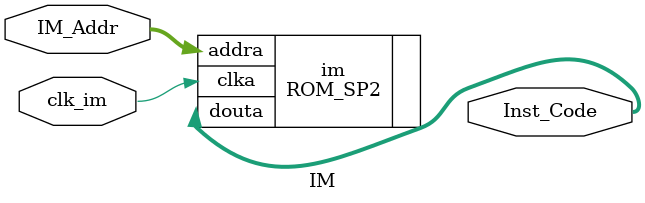
<source format=v>
`timescale 1ns / 1ps


module IM(
        input clk_im,
        input [5:0] IM_Addr,
        output [31:0] Inst_Code 
    );
    ROM_SP2 im (
      .clka(clk_im),    // input wire clka
      .addra(IM_Addr),  // input wire [5 : 0] addra
      .douta(Inst_Code)  // output wire [31 : 0] douta
);
endmodule
</source>
